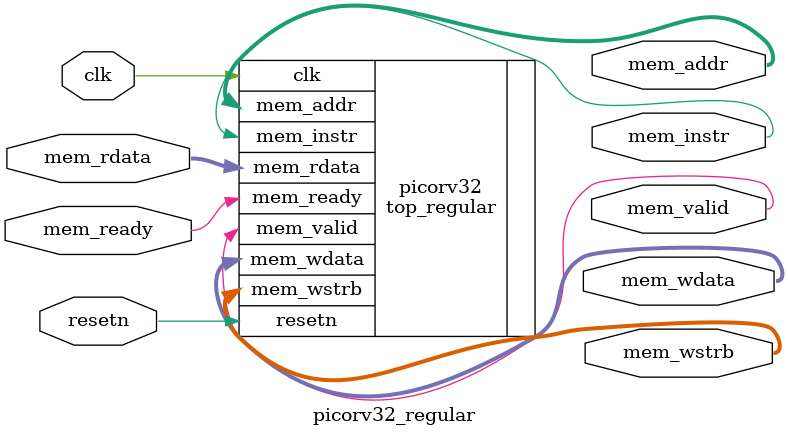
<source format=v>
module picorv32_regular (
    input clk, resetn,

    output        mem_valid,
    output        mem_instr,
    input         mem_ready,

    output [31:0] mem_addr,
    output [31:0] mem_wdata,
    output [ 3:0] mem_wstrb,
    input  [31:0] mem_rdata
);
    top_regular picorv32(
        .clk      (clk      ),
        .resetn   (resetn   ),
        .mem_valid(mem_valid),
        .mem_instr(mem_instr),
        .mem_ready(mem_ready),
        .mem_addr (mem_addr ),
        .mem_wdata(mem_wdata),
        .mem_wstrb(mem_wstrb),
        .mem_rdata(mem_rdata)
    );
endmodule

`include "synth_area_top.vh"
`include "picorv32.vh"

</source>
